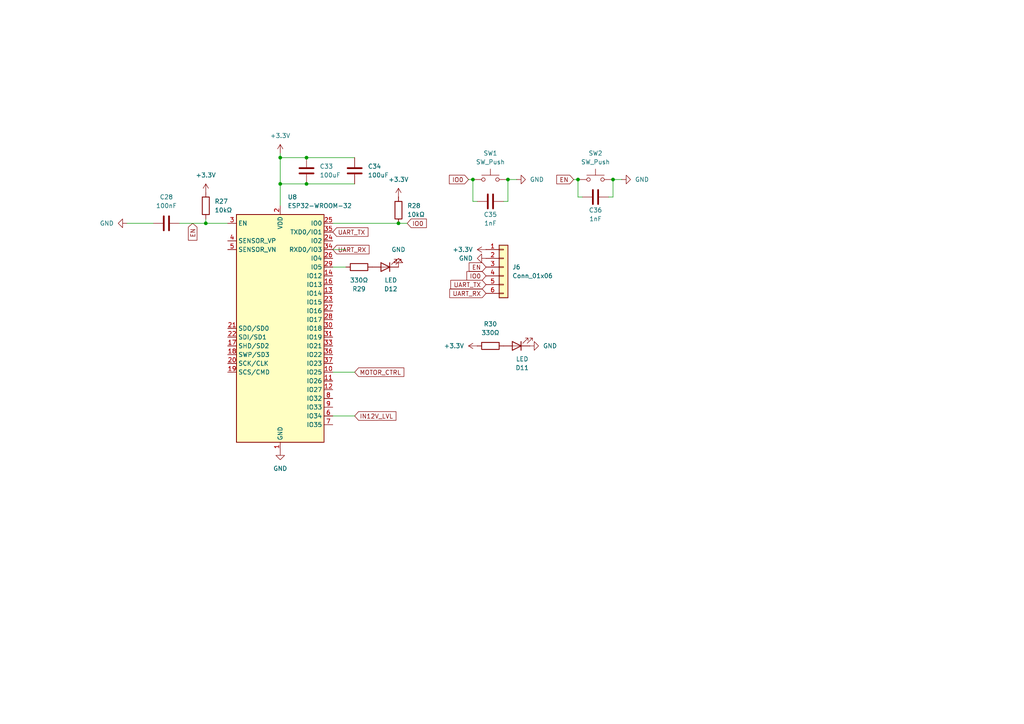
<source format=kicad_sch>
(kicad_sch (version 20250114) (generator "eeschema") (generator_version "9.0")
  (paper "A4")
  (lib_symbols
    (symbol "Connector_Generic:Conn_01x06" (pin_names (offset 1.016) (hide yes))
      (property "Reference" "J" (at 0 7.62 0))
      (property "Value" "Conn_01x06" (at 0 -10.16 0))
      (symbol "Conn_01x06_1_1"
        (rectangle (start -1.27 6.35) (end 1.27 -8.89) (stroke (width 0.254)) (fill (type background)))
        (rectangle (start -1.27 5.207) (end 0 4.953) (stroke (width 0.1524)))
        (rectangle (start -1.27 2.667) (end 0 2.413) (stroke (width 0.1524)))
        (rectangle (start -1.27 0.127) (end 0 -0.127) (stroke (width 0.1524)))
        (rectangle (start -1.27 -2.413) (end 0 -2.667) (stroke (width 0.1524)))
        (rectangle (start -1.27 -4.953) (end 0 -5.207) (stroke (width 0.1524)))
        (rectangle (start -1.27 -7.493) (end 0 -7.747) (stroke (width 0.1524)))
        (pin passive line (at -5.08 5.08 0) (length 3.81) (name "Pin_1") (number "1"))
        (pin passive line (at -5.08 2.54 0) (length 3.81) (name "Pin_2") (number "2"))
        (pin passive line (at -5.08 0 0) (length 3.81) (name "Pin_3") (number "3"))
        (pin passive line (at -5.08 -2.54 0) (length 3.81) (name "Pin_4") (number "4"))
        (pin passive line (at -5.08 -5.08 0) (length 3.81) (name "Pin_5") (number "5"))
        (pin passive line (at -5.08 -7.62 0) (length 3.81) (name "Pin_6") (number "6"))
      )
    )
    (symbol "Device:C" (pin_numbers (hide yes)) (pin_names (offset 0.254))
      (property "Reference" "C" (at 0.635 2.54 0))
      (property "Value" "C" (at 0.635 -2.54 0))
      (symbol "C_0_1"
        (polyline (pts (xy -2.032 0.762) (xy 2.032 0.762)) (stroke (width 0.508)))
        (polyline (pts (xy -2.032 -0.762) (xy 2.032 -0.762)) (stroke (width 0.508)))
      )
      (symbol "C_1_1"
        (pin passive line (at 0 3.81 270) (length 2.794) (name "~") (number "1"))
        (pin passive line (at 0 -3.81 90) (length 2.794) (name "~") (number "2"))
      )
    )
    (symbol "Device:LED" (pin_numbers (hide yes)) (pin_names (offset 1.016) (hide yes))
      (property "Reference" "D" (at 0 2.54 0))
      (property "Value" "LED" (at 0 -2.54 0))
      (symbol "LED_0_1"
        (polyline (pts (xy -3.048 -0.762) (xy -4.572 -2.286) (xy -3.81 -2.286) (xy -4.572 -2.286) (xy -4.572 -1.524)))
        (polyline (pts (xy -1.778 -0.762) (xy -3.302 -2.286) (xy -2.54 -2.286) (xy -3.302 -2.286) (xy -3.302 -1.524)))
        (polyline (pts (xy -1.27 0) (xy 1.27 0)))
        (polyline (pts (xy -1.27 -1.27) (xy -1.27 1.27)) (stroke (width 0.254)))
        (polyline (pts (xy 1.27 -1.27) (xy 1.27 1.27) (xy -1.27 0) (xy 1.27 -1.27)) (stroke (width 0.254)))
      )
      (symbol "LED_1_1"
        (pin passive line (at -3.81 0 0) (length 2.54) (name "K") (number "1"))
        (pin passive line (at 3.81 0 180) (length 2.54) (name "A") (number "2"))
      )
    )
    (symbol "Device:R" (pin_numbers (hide yes)) (pin_names (offset 0))
      (property "Reference" "R" (at 2.032 0 90))
      (property "Value" "R" (at 0 0 90))
      (symbol "R_0_1"
        (rectangle (start -1.016 -2.54) (end 1.016 2.54) (stroke (width 0.254)))
      )
      (symbol "R_1_1"
        (pin passive line (at 0 3.81 270) (length 1.27) (name "~") (number "1"))
        (pin passive line (at 0 -3.81 90) (length 1.27) (name "~") (number "2"))
      )
    )
    (symbol "RF_Module:ESP32-WROOM-32"
      (property "Reference" "U" (at -12.7 34.29 0))
      (property "Value" "ESP32-WROOM-32" (at 1.27 34.29 0))
      (symbol "ESP32-WROOM-32_0_1"
        (rectangle (start -12.7 33.02) (end 12.7 -33.02) (stroke (width 0.254)) (fill (type background)))
      )
      (symbol "ESP32-WROOM-32_1_1"
        (pin input line (at -15.24 30.48 0) (length 2.54) (name "EN") (number "3"))
        (pin input line (at -15.24 25.4 0) (length 2.54) (name "SENSOR_VP") (number "4"))
        (pin input line (at -15.24 22.86 0) (length 2.54) (name "SENSOR_VN") (number "5"))
        (pin bidirectional line (at -15.24 0 0) (length 2.54) (name "SDO/SD0") (number "21"))
        (pin bidirectional line (at -15.24 -2.54 0) (length 2.54) (name "SDI/SD1") (number "22"))
        (pin bidirectional line (at -15.24 -5.08 0) (length 2.54) (name "SHD/SD2") (number "17"))
        (pin bidirectional line (at -15.24 -7.62 0) (length 2.54) (name "SWP/SD3") (number "18"))
        (pin bidirectional line (at -15.24 -10.16 0) (length 2.54) (name "SCK/CLK") (number "20"))
        (pin bidirectional line (at -15.24 -12.7 0) (length 2.54) (name "SCS/CMD") (number "19"))
        (pin no_connect line (at -12.7 -27.94 0) (length 2.54) (hide yes) (name "NC") (number "32"))
        (pin power_in line (at 0 35.56 270) (length 2.54) (name "VDD") (number "2"))
        (pin power_in line (at 0 -35.56 90) (length 2.54) (name "GND") (number "1"))
        (pin passive line (at 0 -35.56 90) (length 2.54) (hide yes) (name "GND") (number "15"))
        (pin passive line (at 0 -35.56 90) (length 2.54) (hide yes) (name "GND") (number "38"))
        (pin passive line (at 0 -35.56 90) (length 2.54) (hide yes) (name "GND") (number "39"))
        (pin bidirectional line (at 15.24 30.48 180) (length 2.54) (name "IO0") (number "25"))
        (pin bidirectional line (at 15.24 27.94 180) (length 2.54) (name "TXD0/IO1") (number "35"))
        (pin bidirectional line (at 15.24 25.4 180) (length 2.54) (name "IO2") (number "24"))
        (pin bidirectional line (at 15.24 22.86 180) (length 2.54) (name "RXD0/IO3") (number "34"))
        (pin bidirectional line (at 15.24 20.32 180) (length 2.54) (name "IO4") (number "26"))
        (pin bidirectional line (at 15.24 17.78 180) (length 2.54) (name "IO5") (number "29"))
        (pin bidirectional line (at 15.24 15.24 180) (length 2.54) (name "IO12") (number "14"))
        (pin bidirectional line (at 15.24 12.7 180) (length 2.54) (name "IO13") (number "16"))
        (pin bidirectional line (at 15.24 10.16 180) (length 2.54) (name "IO14") (number "13"))
        (pin bidirectional line (at 15.24 7.62 180) (length 2.54) (name "IO15") (number "23"))
        (pin bidirectional line (at 15.24 5.08 180) (length 2.54) (name "IO16") (number "27"))
        (pin bidirectional line (at 15.24 2.54 180) (length 2.54) (name "IO17") (number "28"))
        (pin bidirectional line (at 15.24 0 180) (length 2.54) (name "IO18") (number "30"))
        (pin bidirectional line (at 15.24 -2.54 180) (length 2.54) (name "IO19") (number "31"))
        (pin bidirectional line (at 15.24 -5.08 180) (length 2.54) (name "IO21") (number "33"))
        (pin bidirectional line (at 15.24 -7.62 180) (length 2.54) (name "IO22") (number "36"))
        (pin bidirectional line (at 15.24 -10.16 180) (length 2.54) (name "IO23") (number "37"))
        (pin bidirectional line (at 15.24 -12.7 180) (length 2.54) (name "IO25") (number "10"))
        (pin bidirectional line (at 15.24 -15.24 180) (length 2.54) (name "IO26") (number "11"))
        (pin bidirectional line (at 15.24 -17.78 180) (length 2.54) (name "IO27") (number "12"))
        (pin bidirectional line (at 15.24 -20.32 180) (length 2.54) (name "IO32") (number "8"))
        (pin bidirectional line (at 15.24 -22.86 180) (length 2.54) (name "IO33") (number "9"))
        (pin input line (at 15.24 -25.4 180) (length 2.54) (name "IO34") (number "6"))
        (pin input line (at 15.24 -27.94 180) (length 2.54) (name "IO35") (number "7"))
      )
    )
    (symbol "Switch:SW_Push" (pin_numbers (hide yes)) (pin_names (offset 1.016) (hide yes))
      (property "Reference" "SW" (at 1.27 2.54 0))
      (property "Value" "SW_Push" (at 0 -1.524 0))
      (symbol "SW_Push_0_1"
        (circle (center -2.032 0) (radius 0.508))
        (polyline (pts (xy 0 1.27) (xy 0 3.048)))
        (circle (center 2.032 0) (radius 0.508))
        (polyline (pts (xy 2.54 1.27) (xy -2.54 1.27)))
        (pin passive line (at -5.08 0 0) (length 2.54) (name "1") (number "1"))
        (pin passive line (at 5.08 0 180) (length 2.54) (name "2") (number "2"))
      )
    )
    (symbol "power:+3.3V" (power) (pin_numbers (hide yes)) (pin_names (offset 0) (hide yes))
      (property "Value" "+3.3V" (at 0 3.556 0))
      (symbol "+3.3V_0_1"
        (polyline (pts (xy -0.762 1.27) (xy 0 2.54)))
        (polyline (pts (xy 0 2.54) (xy 0.762 1.27)))
        (polyline (pts (xy 0 0) (xy 0 2.54)))
      )
      (symbol "+3.3V_1_1"
        (pin power_in line (at 0 0 90) (length 0) (name "~") (number "1"))
      )
    )
    (symbol "power:GND" (power) (pin_numbers (hide yes)) (pin_names (offset 0) (hide yes))
      (property "Value" "GND" (at 0 -3.81 0))
      (symbol "GND_0_1"
        (polyline (pts (xy 0 0) (xy 0 -1.27) (xy 1.27 -1.27) (xy 0 -2.54) (xy -1.27 -1.27) (xy 0 -1.27)))
      )
      (symbol "GND_1_1"
        (pin power_in line (at 0 0 270) (length 0) (name "~") (number "1"))
      )
    )
  )
  (junction (at 177.8 52.07))
  (junction (at 167.64 52.07))
  (junction (at 115.57 64.77))
  (junction (at 81.28 53.34))
  (junction (at 137.16 52.07))
  (junction (at 88.9 45.72))
  (junction (at 81.28 45.72))
  (junction (at 147.32 52.07))
  (junction (at 59.69 64.77))
  (junction (at 88.9 53.34))
  (wire (pts (xy 52.07 64.77) (xy 59.69 64.77)))
  (wire (pts (xy 96.52 77.47) (xy 100.33 77.47)))
  (wire (pts (xy 118.11 64.77) (xy 115.57 64.77)))
  (wire (pts (xy 96.52 64.77) (xy 115.57 64.77)))
  (wire (pts (xy 59.69 64.77) (xy 66.04 64.77)))
  (wire (pts (xy 88.9 53.34) (xy 102.87 53.34)))
  (wire (pts (xy 137.16 58.42) (xy 137.16 52.07)))
  (wire (pts (xy 176.53 57.15) (xy 177.8 57.15)))
  (wire (pts (xy 81.28 53.34) (xy 88.9 53.34)))
  (wire (pts (xy 100.33 72.39) (xy 96.52 72.39)))
  (wire (pts (xy 81.28 45.72) (xy 81.28 53.34)))
  (wire (pts (xy 81.28 44.45) (xy 81.28 45.72)))
  (wire (pts (xy 96.52 120.65) (xy 102.87 120.65)))
  (wire (pts (xy 88.9 45.72) (xy 102.87 45.72)))
  (wire (pts (xy 59.69 63.5) (xy 59.69 64.77)))
  (wire (pts (xy 36.83 64.77) (xy 44.45 64.77)))
  (wire (pts (xy 180.34 52.07) (xy 177.8 52.07)))
  (wire (pts (xy 135.89 52.07) (xy 137.16 52.07)))
  (wire (pts (xy 81.28 45.72) (xy 88.9 45.72)))
  (wire (pts (xy 96.52 107.95) (xy 102.87 107.95)))
  (wire (pts (xy 166.37 52.07) (xy 167.64 52.07)))
  (wire (pts (xy 149.86 52.07) (xy 147.32 52.07)))
  (wire (pts (xy 168.91 57.15) (xy 167.64 57.15)))
  (wire (pts (xy 147.32 58.42) (xy 147.32 52.07)))
  (wire (pts (xy 138.43 58.42) (xy 137.16 58.42)))
  (wire (pts (xy 167.64 57.15) (xy 167.64 52.07)))
  (wire (pts (xy 146.05 58.42) (xy 147.32 58.42)))
  (wire (pts (xy 81.28 53.34) (xy 81.28 59.69)))
  (wire (pts (xy 177.8 57.15) (xy 177.8 52.07)))
  (global_label "EN" (shape input) (at 55.88 64.77 270) (property "Intersheetrefs" "${INTERSHEET_REFS}" (effects (hide yes))))
  (global_label "EN" (shape input) (at 140.97 77.47 180) (property "Intersheetrefs" "${INTERSHEET_REFS}" (effects (hide yes))))
  (global_label "IN12V_LVL" (shape input) (at 102.87 120.65 0) (property "Intersheetrefs" "${INTERSHEET_REFS}" (effects (hide yes))))
  (global_label "EN" (shape input) (at 166.37 52.07 180) (property "Intersheetrefs" "${INTERSHEET_REFS}" (effects (hide yes))))
  (global_label "UART_TX" (shape input) (at 140.97 82.55 180) (property "Intersheetrefs" "${INTERSHEET_REFS}" (effects (hide yes))))
  (global_label "UART_TX" (shape input) (at 96.52 67.31 0) (property "Intersheetrefs" "${INTERSHEET_REFS}" (effects (hide yes))))
  (global_label "IO0" (shape input) (at 135.89 52.07 180) (property "Intersheetrefs" "${INTERSHEET_REFS}" (effects (hide yes))))
  (global_label "IO0" (shape input) (at 140.97 80.01 180) (property "Intersheetrefs" "${INTERSHEET_REFS}" (effects (hide yes))))
  (global_label "MOTOR_CTRL" (shape input) (at 102.87 107.95 0) (property "Intersheetrefs" "${INTERSHEET_REFS}" (effects (hide yes))))
  (global_label "UART_RX" (shape input) (at 140.97 85.09 180) (property "Intersheetrefs" "${INTERSHEET_REFS}" (effects (hide yes))))
  (global_label "IO0" (shape input) (at 118.11 64.77 0) (property "Intersheetrefs" "${INTERSHEET_REFS}" (effects (hide yes))))
  (global_label "UART_RX" (shape input) (at 96.52 72.39 0) (property "Intersheetrefs" "${INTERSHEET_REFS}" (effects (hide yes))))
  (symbol (lib_id "power:+3.3V") (at 115.57 57.15 0) (unit 1)
    (property "Reference" "#PWR033" (effects (hide yes)))
    (property "Value" "+3.3V" (at 115.57 52.07 0))
    (property "Description" "Power symbol creates a global label with name \"+3.3V\"" (effects (hide yes)))
  )
  (symbol (lib_id "power:GND") (at 149.86 52.07 90) (unit 1)
    (property "Reference" "#PWR028" (effects (hide yes)))
    (property "Value" "GND" (at 153.67 52.0699 90) (effects (justify right)))
    (property "Description" "Power symbol creates a global label with name \"GND\" , ground" (effects (hide yes)))
  )
  (symbol (lib_id "power:GND") (at 180.34 52.07 90) (unit 1)
    (property "Reference" "#PWR029" (effects (hide yes)))
    (property "Value" "GND" (at 184.15 52.0699 90) (effects (justify right)))
    (property "Description" "Power symbol creates a global label with name \"GND\" , ground" (effects (hide yes)))
  )
  (symbol (lib_id "Device:R") (at 59.69 59.69 0) (unit 1)
    (property "Reference" "R27" (at 62.23 58.4199 0) (effects (justify left)))
    (property "Value" "10kΩ" (at 62.23 60.9599 0) (effects (justify left)))
    (property "Footprint" "Resistor_SMD:R_0805_2012Metric" (effects (hide yes)))
    (property "Description" "Resistor" (effects (hide yes)))
  )
  (symbol (lib_id "RF_Module:ESP32-WROOM-32") (at 81.28 95.25 0) (unit 1)
    (property "Reference" "U8" (at 83.4233 57.15 0) (effects (justify left)))
    (property "Value" "ESP32-WROOM-32" (at 83.4233 59.69 0) (effects (justify left)))
    (property "Footprint" "RF_Module:ESP32-WROOM-32" (effects (hide yes)))
    (property "Datasheet" "https://www.espressif.com/sites/default/files/documentation/esp32-wroom-32_datasheet_en.pdf" (effects (hide yes)))
    (property "Description" "RF Module, ESP32-D0WDQ6 SoC, Wi-Fi 802.11b/g/n, Bluetooth, BLE, 32-bit, 2.7-3.6V, onboard antenna, SMD" (effects (hide yes)))
  )
  (symbol (lib_id "power:GND") (at 36.83 64.77 270) (unit 1)
    (property "Reference" "#PWR032" (effects (hide yes)))
    (property "Value" "GND" (at 33.02 64.7699 90) (effects (justify right)))
    (property "Description" "Power symbol creates a global label with name \"GND\" , ground" (effects (hide yes)))
  )
  (symbol (lib_id "Switch:SW_Push") (at 142.24 52.07 0) (unit 1)
    (property "Reference" "SW1" (at 142.24 44.45 0))
    (property "Value" "SW_Push" (at 142.24 46.99 0))
    (property "Footprint" "Button_Switch_SMD:SW_SPST_TL3342" (effects (hide yes)))
    (property "Description" "Push button switch, generic, two pins" (effects (hide yes)))
  )
  (symbol (lib_id "Device:C") (at 102.87 49.53 180) (unit 1)
    (property "Reference" "C34" (at 106.68 48.2599 0) (effects (justify right)))
    (property "Value" "100uF" (at 106.68 50.7999 0) (effects (justify right)))
    (property "Footprint" "Capacitor_SMD:C_0805_2012Metric" (effects (hide yes)))
    (property "Description" "Unpolarized capacitor" (effects (hide yes)))
  )
  (symbol (lib_id "power:GND") (at 81.28 130.81 0) (unit 1)
    (property "Reference" "#PWR027" (effects (hide yes)))
    (property "Value" "GND" (at 81.28 135.89 0))
    (property "Description" "Power symbol creates a global label with name \"GND\" , ground" (effects (hide yes)))
  )
  (symbol (lib_id "power:GND") (at 115.57 77.47 180) (unit 1)
    (property "Reference" "#PWR034" (effects (hide yes)))
    (property "Value" "GND" (at 115.57 72.39 0))
    (property "Description" "Power symbol creates a global label with name \"GND\" , ground" (effects (hide yes)))
  )
  (symbol (lib_id "power:GND") (at 140.97 74.93 270) (unit 1)
    (property "Reference" "#PWR024" (effects (hide yes)))
    (property "Value" "GND" (at 137.16 74.9299 90) (effects (justify right)))
    (property "Description" "Power symbol creates a global label with name \"GND\" , ground" (effects (hide yes)))
  )
  (symbol (lib_id "Device:C") (at 88.9 49.53 180) (unit 1)
    (property "Reference" "C33" (at 92.71 48.2599 0) (effects (justify right)))
    (property "Value" "100uF" (at 92.71 50.7999 0) (effects (justify right)))
    (property "Footprint" "Capacitor_SMD:C_0805_2012Metric" (effects (hide yes)))
    (property "Description" "Unpolarized capacitor" (effects (hide yes)))
  )
  (symbol (lib_id "Device:R") (at 142.24 100.33 90) (unit 1)
    (property "Reference" "R30" (at 142.24 93.98 90))
    (property "Value" "330Ω" (at 142.24 96.52 90))
    (property "Footprint" "Resistor_SMD:R_0805_2012Metric" (effects (hide yes)))
    (property "Description" "Resistor" (effects (hide yes)))
  )
  (symbol (lib_id "Device:LED") (at 111.76 77.47 180) (unit 1)
    (property "Reference" "D12" (at 113.3475 83.82 0))
    (property "Value" "LED" (at 113.3475 81.28 0))
    (property "Footprint" "LED_SMD:LED_0805_2012Metric" (effects (hide yes)))
    (property "Description" "Light emitting diode" (effects (hide yes)))
    (property "Sim.Pins" "1=K 2=A" (effects (hide yes)))
  )
  (symbol (lib_id "Device:C") (at 172.72 57.15 90) (unit 1)
    (property "Reference" "C36" (at 172.72 60.96 90))
    (property "Value" "1nF" (at 172.72 63.5 90))
    (property "Footprint" "Capacitor_SMD:C_0805_2012Metric" (effects (hide yes)))
    (property "Description" "Unpolarized capacitor" (effects (hide yes)))
  )
  (symbol (lib_id "power:+3.3V") (at 138.43 100.33 90) (unit 1)
    (property "Reference" "#PWR037" (effects (hide yes)))
    (property "Value" "+3.3V" (at 134.62 100.3299 90) (effects (justify left)))
    (property "Description" "Power symbol creates a global label with name \"+3.3V\"" (effects (hide yes)))
  )
  (symbol (lib_id "Connector_Generic:Conn_01x06") (at 146.05 77.47 0) (unit 1)
    (property "Reference" "J6" (at 148.59 77.4699 0) (effects (justify left)))
    (property "Value" "Conn_01x06" (at 148.59 80.0099 0) (effects (justify left)))
    (property "Footprint" "Connector_PinHeader_2.54mm:PinHeader_1x06_P2.54mm_Vertical" (effects (hide yes)))
    (property "Description" "Generic connector, single row, 01x06, script generated (kicad-library-utils/schlib/autogen/connector/)" (effects (hide yes)))
  )
  (symbol (lib_id "power:+3.3V") (at 59.69 55.88 0) (unit 1)
    (property "Reference" "#PWR031" (effects (hide yes)))
    (property "Value" "+3.3V" (at 59.69 50.8 0))
    (property "Description" "Power symbol creates a global label with name \"+3.3V\"" (effects (hide yes)))
  )
  (symbol (lib_id "power:+3.3V") (at 81.28 44.45 0) (unit 1)
    (property "Reference" "#PWR030" (effects (hide yes)))
    (property "Value" "+3.3V" (at 81.28 39.37 0))
    (property "Description" "Power symbol creates a global label with name \"+3.3V\"" (effects (hide yes)))
  )
  (symbol (lib_id "power:+3.3V") (at 140.97 72.39 90) (unit 1)
    (property "Reference" "#PWR026" (effects (hide yes)))
    (property "Value" "+3.3V" (at 137.16 72.3899 90) (effects (justify left)))
    (property "Description" "Power symbol creates a global label with name \"+3.3V\"" (effects (hide yes)))
  )
  (symbol (lib_id "Device:LED") (at 149.86 100.33 180) (unit 1)
    (property "Reference" "D11" (at 151.4475 106.68 0))
    (property "Value" "LED" (at 151.4475 104.14 0))
    (property "Footprint" "LED_SMD:LED_0805_2012Metric" (effects (hide yes)))
    (property "Description" "Light emitting diode" (effects (hide yes)))
    (property "Sim.Pins" "1=K 2=A" (effects (hide yes)))
  )
  (symbol (lib_id "Device:R") (at 115.57 60.96 0) (unit 1)
    (property "Reference" "R28" (at 118.11 59.6899 0) (effects (justify left)))
    (property "Value" "10kΩ" (at 118.11 62.2299 0) (effects (justify left)))
    (property "Footprint" "Resistor_SMD:R_0805_2012Metric" (effects (hide yes)))
    (property "Description" "Resistor" (effects (hide yes)))
  )
  (symbol (lib_id "Device:R") (at 104.14 77.47 270) (unit 1)
    (property "Reference" "R29" (at 104.14 83.82 90))
    (property "Value" "330Ω" (at 104.14 81.28 90))
    (property "Footprint" "Resistor_SMD:R_0805_2012Metric" (effects (hide yes)))
    (property "Description" "Resistor" (effects (hide yes)))
  )
  (symbol (lib_id "Device:C") (at 142.24 58.42 90) (unit 1)
    (property "Reference" "C35" (at 142.24 62.23 90))
    (property "Value" "1nF" (at 142.24 64.77 90))
    (property "Footprint" "Capacitor_SMD:C_0805_2012Metric" (effects (hide yes)))
    (property "Description" "Unpolarized capacitor" (effects (hide yes)))
  )
  (symbol (lib_id "Switch:SW_Push") (at 172.72 52.07 0) (unit 1)
    (property "Reference" "SW2" (at 172.72 44.45 0))
    (property "Value" "SW_Push" (at 172.72 46.99 0))
    (property "Footprint" "Button_Switch_SMD:SW_SPST_TL3342" (effects (hide yes)))
    (property "Description" "Push button switch, generic, two pins" (effects (hide yes)))
  )
  (symbol (lib_id "power:GND") (at 153.67 100.33 90) (unit 1)
    (property "Reference" "#PWR035" (effects (hide yes)))
    (property "Value" "GND" (at 157.48 100.3301 90) (effects (justify right)))
    (property "Description" "Power symbol creates a global label with name \"GND\" , ground" (effects (hide yes)))
  )
  (symbol (lib_id "Device:C") (at 48.26 64.77 90) (unit 1)
    (property "Reference" "C28" (at 48.26 57.15 90))
    (property "Value" "100nF" (at 48.26 59.69 90))
    (property "Footprint" "Capacitor_SMD:C_0805_2012Metric" (effects (hide yes)))
    (property "Description" "Unpolarized capacitor" (effects (hide yes)))
  )
)
</source>
